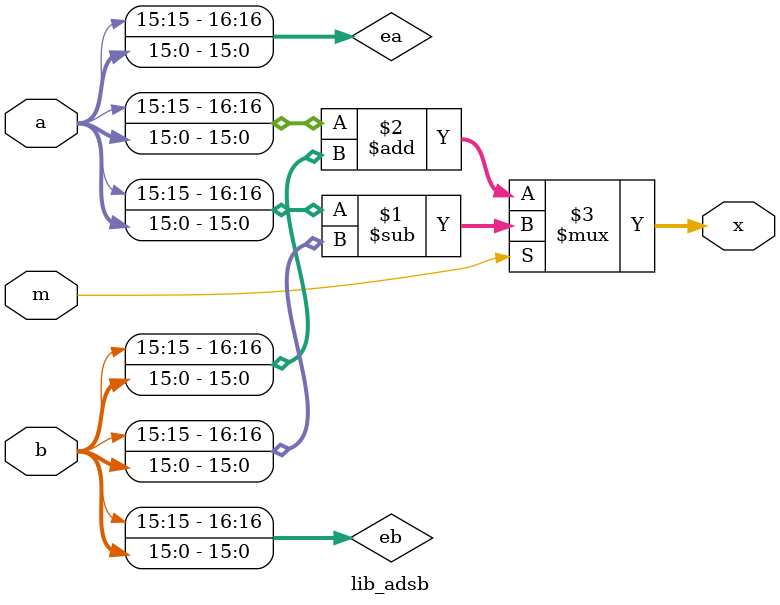
<source format=v>
/********************************************************************/
/*    Copylight(c) 2003 Panasonic Mobile Communications Co., Ltd.   */
/* -----------------------------------------------------------------*/
/*	(1) File Name      : lib_adsb.v									*/
/*	(2) System Name    : TD-SCDMA Demodulation						*/
/*	(3) System Edition : TSM										*/
/*	(4) Author         : H.Asano(PMCS)								*/
/********************************************************************/

/*** Update Report **************************************************/
/*  Version     Date      Name   [             Comment             ]*/
/*==================================================================*/
/*   0.9.0   2003/05/30  H.Asano  									*/
/********************************************************************/

// Adder-Subtractor

module lib_adsb (
				a,
				b,
				m,

				x
				);

parameter N = 16;	// Default input bit width

input	[N-1:0]	a;
input	[N-1:0]	b;
input			m;	// Arithmetic mode(SUB=1,ADD=0)

output	[N:0]	x;

// Bit extend
	wire [N:0] ea = {a[N-1],a[N-1:0]};
	wire [N:0] eb = {b[N-1],b[N-1:0]};

// Adder-Subtractor
	assign x = (m) ? (ea - eb) : (ea + eb);

endmodule


</source>
